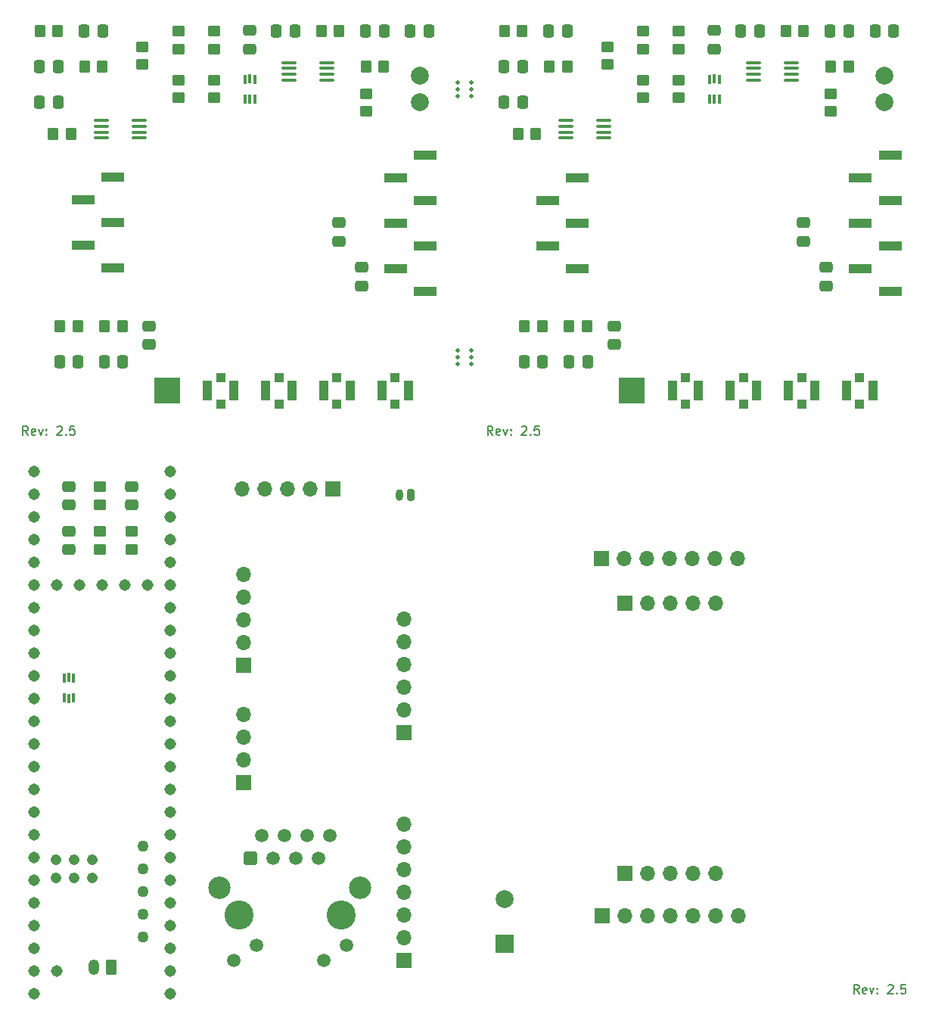
<source format=gbr>
%TF.GenerationSoftware,KiCad,Pcbnew,6.0.6-1.fc36*%
%TF.CreationDate,2022-07-31T22:14:55+02:00*%
%TF.ProjectId,CosmicWatch-ventidue,436f736d-6963-4576-9174-63682d76656e,2.5*%
%TF.SameCoordinates,Original*%
%TF.FileFunction,Soldermask,Top*%
%TF.FilePolarity,Negative*%
%FSLAX46Y46*%
G04 Gerber Fmt 4.6, Leading zero omitted, Abs format (unit mm)*
G04 Created by KiCad (PCBNEW 6.0.6-1.fc36) date 2022-07-31 22:14:55*
%MOMM*%
%LPD*%
G01*
G04 APERTURE LIST*
G04 Aperture macros list*
%AMRoundRect*
0 Rectangle with rounded corners*
0 $1 Rounding radius*
0 $2 $3 $4 $5 $6 $7 $8 $9 X,Y pos of 4 corners*
0 Add a 4 corners polygon primitive as box body*
4,1,4,$2,$3,$4,$5,$6,$7,$8,$9,$2,$3,0*
0 Add four circle primitives for the rounded corners*
1,1,$1+$1,$2,$3*
1,1,$1+$1,$4,$5*
1,1,$1+$1,$6,$7*
1,1,$1+$1,$8,$9*
0 Add four rect primitives between the rounded corners*
20,1,$1+$1,$2,$3,$4,$5,0*
20,1,$1+$1,$4,$5,$6,$7,0*
20,1,$1+$1,$6,$7,$8,$9,0*
20,1,$1+$1,$8,$9,$2,$3,0*%
G04 Aperture macros list end*
%ADD10C,0.200000*%
%ADD11RoundRect,0.250000X0.350000X0.625000X-0.350000X0.625000X-0.350000X-0.625000X0.350000X-0.625000X0*%
%ADD12O,1.200000X1.750000*%
%ADD13RoundRect,0.250000X0.475000X-0.337500X0.475000X0.337500X-0.475000X0.337500X-0.475000X-0.337500X0*%
%ADD14RoundRect,0.250000X-0.475000X0.337500X-0.475000X-0.337500X0.475000X-0.337500X0.475000X0.337500X0*%
%ADD15RoundRect,0.100000X-0.712500X-0.100000X0.712500X-0.100000X0.712500X0.100000X-0.712500X0.100000X0*%
%ADD16R,1.000000X1.000000*%
%ADD17R,1.050000X2.200000*%
%ADD18R,1.700000X1.700000*%
%ADD19O,1.700000X1.700000*%
%ADD20RoundRect,0.250000X0.450000X-0.350000X0.450000X0.350000X-0.450000X0.350000X-0.450000X-0.350000X0*%
%ADD21RoundRect,0.250000X0.337500X0.475000X-0.337500X0.475000X-0.337500X-0.475000X0.337500X-0.475000X0*%
%ADD22C,2.000000*%
%ADD23RoundRect,0.250000X-0.350000X-0.450000X0.350000X-0.450000X0.350000X0.450000X-0.350000X0.450000X0*%
%ADD24R,3.000000X3.000000*%
%ADD25RoundRect,0.250000X-0.337500X-0.475000X0.337500X-0.475000X0.337500X0.475000X-0.337500X0.475000X0*%
%ADD26R,2.510000X1.000000*%
%ADD27RoundRect,0.250000X0.350000X0.450000X-0.350000X0.450000X-0.350000X-0.450000X0.350000X-0.450000X0*%
%ADD28C,0.500000*%
%ADD29R,2.000000X2.000000*%
%ADD30RoundRect,0.250000X-0.450000X0.350000X-0.450000X-0.350000X0.450000X-0.350000X0.450000X0.350000X0*%
%ADD31C,1.308000*%
%ADD32C,1.258000*%
%ADD33C,1.208000*%
%ADD34RoundRect,0.200000X0.200000X0.450000X-0.200000X0.450000X-0.200000X-0.450000X0.200000X-0.450000X0*%
%ADD35O,0.800000X1.300000*%
%ADD36R,0.375000X1.025000*%
%ADD37R,0.300000X1.125000*%
%ADD38R,0.375000X1.000000*%
%ADD39C,3.250000*%
%ADD40RoundRect,0.250500X-0.499500X-0.499500X0.499500X-0.499500X0.499500X0.499500X-0.499500X0.499500X0*%
%ADD41C,1.500000*%
%ADD42C,2.500000*%
G04 APERTURE END LIST*
D10*
X27189523Y-73702380D02*
X26856190Y-73226190D01*
X26618095Y-73702380D02*
X26618095Y-72702380D01*
X26999047Y-72702380D01*
X27094285Y-72750000D01*
X27141904Y-72797619D01*
X27189523Y-72892857D01*
X27189523Y-73035714D01*
X27141904Y-73130952D01*
X27094285Y-73178571D01*
X26999047Y-73226190D01*
X26618095Y-73226190D01*
X27999047Y-73654761D02*
X27903809Y-73702380D01*
X27713333Y-73702380D01*
X27618095Y-73654761D01*
X27570476Y-73559523D01*
X27570476Y-73178571D01*
X27618095Y-73083333D01*
X27713333Y-73035714D01*
X27903809Y-73035714D01*
X27999047Y-73083333D01*
X28046666Y-73178571D01*
X28046666Y-73273809D01*
X27570476Y-73369047D01*
X28380000Y-73035714D02*
X28618095Y-73702380D01*
X28856190Y-73035714D01*
X29237142Y-73607142D02*
X29284761Y-73654761D01*
X29237142Y-73702380D01*
X29189523Y-73654761D01*
X29237142Y-73607142D01*
X29237142Y-73702380D01*
X29237142Y-73083333D02*
X29284761Y-73130952D01*
X29237142Y-73178571D01*
X29189523Y-73130952D01*
X29237142Y-73083333D01*
X29237142Y-73178571D01*
X30427619Y-72797619D02*
X30475238Y-72750000D01*
X30570476Y-72702380D01*
X30808571Y-72702380D01*
X30903809Y-72750000D01*
X30951428Y-72797619D01*
X30999047Y-72892857D01*
X30999047Y-72988095D01*
X30951428Y-73130952D01*
X30380000Y-73702380D01*
X30999047Y-73702380D01*
X31427619Y-73607142D02*
X31475238Y-73654761D01*
X31427619Y-73702380D01*
X31380000Y-73654761D01*
X31427619Y-73607142D01*
X31427619Y-73702380D01*
X32380000Y-72702380D02*
X31903809Y-72702380D01*
X31856190Y-73178571D01*
X31903809Y-73130952D01*
X31999047Y-73083333D01*
X32237142Y-73083333D01*
X32332380Y-73130952D01*
X32380000Y-73178571D01*
X32427619Y-73273809D01*
X32427619Y-73511904D01*
X32380000Y-73607142D01*
X32332380Y-73654761D01*
X32237142Y-73702380D01*
X31999047Y-73702380D01*
X31903809Y-73654761D01*
X31856190Y-73607142D01*
X79189523Y-73702380D02*
X78856190Y-73226190D01*
X78618095Y-73702380D02*
X78618095Y-72702380D01*
X78999047Y-72702380D01*
X79094285Y-72750000D01*
X79141904Y-72797619D01*
X79189523Y-72892857D01*
X79189523Y-73035714D01*
X79141904Y-73130952D01*
X79094285Y-73178571D01*
X78999047Y-73226190D01*
X78618095Y-73226190D01*
X79999047Y-73654761D02*
X79903809Y-73702380D01*
X79713333Y-73702380D01*
X79618095Y-73654761D01*
X79570476Y-73559523D01*
X79570476Y-73178571D01*
X79618095Y-73083333D01*
X79713333Y-73035714D01*
X79903809Y-73035714D01*
X79999047Y-73083333D01*
X80046666Y-73178571D01*
X80046666Y-73273809D01*
X79570476Y-73369047D01*
X80380000Y-73035714D02*
X80618095Y-73702380D01*
X80856190Y-73035714D01*
X81237142Y-73607142D02*
X81284761Y-73654761D01*
X81237142Y-73702380D01*
X81189523Y-73654761D01*
X81237142Y-73607142D01*
X81237142Y-73702380D01*
X81237142Y-73083333D02*
X81284761Y-73130952D01*
X81237142Y-73178571D01*
X81189523Y-73130952D01*
X81237142Y-73083333D01*
X81237142Y-73178571D01*
X82427619Y-72797619D02*
X82475238Y-72750000D01*
X82570476Y-72702380D01*
X82808571Y-72702380D01*
X82903809Y-72750000D01*
X82951428Y-72797619D01*
X82999047Y-72892857D01*
X82999047Y-72988095D01*
X82951428Y-73130952D01*
X82380000Y-73702380D01*
X82999047Y-73702380D01*
X83427619Y-73607142D02*
X83475238Y-73654761D01*
X83427619Y-73702380D01*
X83380000Y-73654761D01*
X83427619Y-73607142D01*
X83427619Y-73702380D01*
X84380000Y-72702380D02*
X83903809Y-72702380D01*
X83856190Y-73178571D01*
X83903809Y-73130952D01*
X83999047Y-73083333D01*
X84237142Y-73083333D01*
X84332380Y-73130952D01*
X84380000Y-73178571D01*
X84427619Y-73273809D01*
X84427619Y-73511904D01*
X84380000Y-73607142D01*
X84332380Y-73654761D01*
X84237142Y-73702380D01*
X83999047Y-73702380D01*
X83903809Y-73654761D01*
X83856190Y-73607142D01*
X120191428Y-136202380D02*
X119858095Y-135726190D01*
X119620000Y-136202380D02*
X119620000Y-135202380D01*
X120000952Y-135202380D01*
X120096190Y-135250000D01*
X120143809Y-135297619D01*
X120191428Y-135392857D01*
X120191428Y-135535714D01*
X120143809Y-135630952D01*
X120096190Y-135678571D01*
X120000952Y-135726190D01*
X119620000Y-135726190D01*
X121000952Y-136154761D02*
X120905714Y-136202380D01*
X120715238Y-136202380D01*
X120620000Y-136154761D01*
X120572380Y-136059523D01*
X120572380Y-135678571D01*
X120620000Y-135583333D01*
X120715238Y-135535714D01*
X120905714Y-135535714D01*
X121000952Y-135583333D01*
X121048571Y-135678571D01*
X121048571Y-135773809D01*
X120572380Y-135869047D01*
X121381904Y-135535714D02*
X121620000Y-136202380D01*
X121858095Y-135535714D01*
X122239047Y-136107142D02*
X122286666Y-136154761D01*
X122239047Y-136202380D01*
X122191428Y-136154761D01*
X122239047Y-136107142D01*
X122239047Y-136202380D01*
X122239047Y-135583333D02*
X122286666Y-135630952D01*
X122239047Y-135678571D01*
X122191428Y-135630952D01*
X122239047Y-135583333D01*
X122239047Y-135678571D01*
X123429523Y-135297619D02*
X123477142Y-135250000D01*
X123572380Y-135202380D01*
X123810476Y-135202380D01*
X123905714Y-135250000D01*
X123953333Y-135297619D01*
X124000952Y-135392857D01*
X124000952Y-135488095D01*
X123953333Y-135630952D01*
X123381904Y-136202380D01*
X124000952Y-136202380D01*
X124429523Y-136107142D02*
X124477142Y-136154761D01*
X124429523Y-136202380D01*
X124381904Y-136154761D01*
X124429523Y-136107142D01*
X124429523Y-136202380D01*
X125381904Y-135202380D02*
X124905714Y-135202380D01*
X124858095Y-135678571D01*
X124905714Y-135630952D01*
X125000952Y-135583333D01*
X125239047Y-135583333D01*
X125334285Y-135630952D01*
X125381904Y-135678571D01*
X125429523Y-135773809D01*
X125429523Y-136011904D01*
X125381904Y-136107142D01*
X125334285Y-136154761D01*
X125239047Y-136202380D01*
X125000952Y-136202380D01*
X124905714Y-136154761D01*
X124858095Y-136107142D01*
D11*
%TO.C,J401*%
X36500000Y-133250000D03*
D12*
X34500000Y-133250000D03*
%TD*%
D13*
%TO.C,C309*%
X52000000Y-30537500D03*
X52000000Y-28462500D03*
%TD*%
D14*
%TO.C,C312*%
X64500000Y-54962500D03*
X64500000Y-57037500D03*
%TD*%
D15*
%TO.C,U202*%
X108387499Y-32025000D03*
X108387499Y-32675000D03*
X108387499Y-33325000D03*
X108387499Y-33975000D03*
X112612499Y-33975000D03*
X112612499Y-33325000D03*
X112612499Y-32675000D03*
X112612499Y-32025000D03*
%TD*%
D16*
%TO.C,J204*%
X113750000Y-67250000D03*
D17*
X115225000Y-68750000D03*
D16*
X113750000Y-70250000D03*
D17*
X112275000Y-68750000D03*
%TD*%
D16*
%TO.C,J203*%
X120250000Y-67249999D03*
D17*
X121725000Y-68749999D03*
X118775000Y-68749999D03*
D16*
X120250000Y-70249999D03*
%TD*%
D18*
%TO.C,J111*%
X69275001Y-132499999D03*
D19*
X69275001Y-129959999D03*
X69275001Y-127419999D03*
X69275001Y-124879999D03*
X69275001Y-122339999D03*
X69275001Y-119799999D03*
X69275001Y-117259999D03*
%TD*%
D20*
%TO.C,R308*%
X48000000Y-30500000D03*
X48000000Y-28500000D03*
%TD*%
%TO.C,R307*%
X44000000Y-30500000D03*
X44000000Y-28500000D03*
%TD*%
D21*
%TO.C,C201*%
X82537500Y-32500001D03*
X80462500Y-32500001D03*
%TD*%
D22*
%TO.C,TP302*%
X71000000Y-33500000D03*
%TD*%
D23*
%TO.C,R212*%
X116999999Y-32500000D03*
X118999999Y-32500000D03*
%TD*%
D21*
%TO.C,C202*%
X82537500Y-36500001D03*
X80462500Y-36500001D03*
%TD*%
D24*
%TO.C,TP303*%
X42750000Y-68750000D03*
%TD*%
D25*
%TO.C,C208*%
X85462500Y-28500001D03*
X87537500Y-28500001D03*
%TD*%
D14*
%TO.C,C211*%
X114000000Y-49962499D03*
X114000000Y-52037499D03*
%TD*%
D26*
%TO.C,J104*%
X123655000Y-42380000D03*
X120345000Y-44920000D03*
X123655000Y-47460000D03*
X120345000Y-50000000D03*
X123655000Y-52540000D03*
X120345000Y-55080000D03*
X123655000Y-57620000D03*
%TD*%
D27*
%TO.C,R204*%
X82500000Y-28500001D03*
X80500000Y-28500001D03*
%TD*%
D18*
%TO.C,SW101*%
X61290001Y-79749999D03*
D19*
X58750001Y-79749999D03*
X56210001Y-79749999D03*
X53670001Y-79749999D03*
X51130001Y-79749999D03*
%TD*%
D22*
%TO.C,TP201*%
X123000000Y-36500000D03*
%TD*%
D20*
%TO.C,R208*%
X100000000Y-30500000D03*
X100000000Y-28500000D03*
%TD*%
D16*
%TO.C,J201*%
X107250000Y-67250000D03*
X107250000Y-70250000D03*
D17*
X105775000Y-68750000D03*
X108725000Y-68750000D03*
%TD*%
D25*
%TO.C,C308*%
X33462500Y-28500000D03*
X35537500Y-28500000D03*
%TD*%
D18*
%TO.C,J108*%
X91380001Y-87499999D03*
D19*
X93920001Y-87499999D03*
X96460001Y-87499999D03*
X99000001Y-87499999D03*
X101540001Y-87499999D03*
X104080001Y-87499999D03*
X106620001Y-87499999D03*
%TD*%
D26*
%TO.C,J102*%
X71655000Y-42380000D03*
X68345000Y-44920000D03*
X71655000Y-47460000D03*
X68345000Y-50000000D03*
X71655000Y-52540000D03*
X68345000Y-55080000D03*
X71655000Y-57620000D03*
%TD*%
D20*
%TO.C,R206*%
X92000000Y-32250000D03*
X92000000Y-30250000D03*
%TD*%
D23*
%TO.C,R202*%
X87750001Y-61500000D03*
X89750001Y-61500000D03*
%TD*%
%TO.C,R301*%
X30750000Y-61500000D03*
X32750000Y-61500000D03*
%TD*%
D20*
%TO.C,R309*%
X44000000Y-36000000D03*
X44000000Y-34000000D03*
%TD*%
%TO.C,R211*%
X100000000Y-36000000D03*
X100000000Y-34000000D03*
%TD*%
D14*
%TO.C,C305*%
X40750000Y-61500000D03*
X40750000Y-63575000D03*
%TD*%
D21*
%TO.C,C304*%
X32787500Y-65500000D03*
X30712500Y-65500000D03*
%TD*%
%TO.C,C302*%
X30537500Y-36500000D03*
X28462500Y-36500000D03*
%TD*%
D14*
%TO.C,C405*%
X38750001Y-79462499D03*
X38750001Y-81537499D03*
%TD*%
D20*
%TO.C,R209*%
X96000000Y-36000000D03*
X96000000Y-34000000D03*
%TD*%
D25*
%TO.C,C206*%
X121962499Y-28500000D03*
X124037499Y-28500000D03*
%TD*%
D28*
%TO.C,mouse-bite-2mm-slot*%
X76750000Y-34250000D03*
X76750000Y-35000000D03*
X75250000Y-35750000D03*
X76750000Y-35750000D03*
X75250000Y-35000000D03*
X75250000Y-34250000D03*
%TD*%
D25*
%TO.C,C306*%
X69962500Y-28500000D03*
X72037500Y-28500000D03*
%TD*%
D26*
%TO.C,J101*%
X36655000Y-44882500D03*
X33345000Y-47422500D03*
X36655000Y-49962500D03*
X33345000Y-52502500D03*
X36655000Y-55042500D03*
%TD*%
D22*
%TO.C,TP301*%
X71000000Y-36500000D03*
%TD*%
D23*
%TO.C,R310*%
X60000000Y-28500000D03*
X62000000Y-28500000D03*
%TD*%
%TO.C,R305*%
X33500000Y-32500000D03*
X35500000Y-32500000D03*
%TD*%
D29*
%TO.C,BZ101*%
X80500001Y-130620784D03*
D22*
X80500001Y-125620784D03*
%TD*%
D21*
%TO.C,C301*%
X30537500Y-32500000D03*
X28462500Y-32500000D03*
%TD*%
D30*
%TO.C,R401*%
X38750001Y-84499999D03*
X38750001Y-86499999D03*
%TD*%
D16*
%TO.C,J303*%
X68250000Y-67250000D03*
D17*
X66775000Y-68750000D03*
X69725000Y-68750000D03*
D16*
X68250000Y-70250000D03*
%TD*%
%TO.C,J302*%
X48750000Y-67250000D03*
D17*
X47275000Y-68750000D03*
X50225000Y-68750000D03*
D16*
X48750000Y-70250000D03*
%TD*%
D20*
%TO.C,R311*%
X48000000Y-36000000D03*
X48000000Y-34000000D03*
%TD*%
D27*
%TO.C,R303*%
X32000000Y-40000000D03*
X30000000Y-40000000D03*
%TD*%
D31*
%TO.C,U101*%
X43120001Y-133669999D03*
X43120001Y-131129999D03*
X43120001Y-128589999D03*
X43120001Y-126049999D03*
X43120001Y-100649999D03*
X27880001Y-131129999D03*
X38040001Y-90489999D03*
X43120001Y-123509999D03*
X43120001Y-120969999D03*
D32*
X40070001Y-129859999D03*
D31*
X43120001Y-118429999D03*
X43120001Y-115889999D03*
X43120001Y-113349999D03*
X43120001Y-110809999D03*
X43120001Y-108269999D03*
X43120001Y-105729999D03*
X43120001Y-103189999D03*
X27880001Y-103189999D03*
X27880001Y-105729999D03*
X27880001Y-108269999D03*
X27880001Y-110809999D03*
X27880001Y-113349999D03*
X27880001Y-115889999D03*
X27880001Y-118429999D03*
X27880001Y-120969999D03*
X27880001Y-123509999D03*
X27880001Y-126049999D03*
X27880001Y-128589999D03*
X43120001Y-98109999D03*
X43120001Y-95569999D03*
X43120001Y-93029999D03*
X43120001Y-90489999D03*
X43120001Y-87949999D03*
X43120001Y-85409999D03*
X43120001Y-82869999D03*
X43120001Y-80329999D03*
X43120001Y-77789999D03*
X27880001Y-77789999D03*
X27880001Y-80329999D03*
X27880001Y-82869999D03*
X27880001Y-85409999D03*
X27880001Y-87949999D03*
X27880001Y-90489999D03*
X27880001Y-93029999D03*
X27880001Y-95569999D03*
X27880001Y-98109999D03*
D32*
X40070001Y-124779999D03*
X40070001Y-127319999D03*
D31*
X43120001Y-136209999D03*
X27880001Y-100649999D03*
X27880001Y-133669999D03*
X35500001Y-90489999D03*
D33*
X32330001Y-121239999D03*
X32330001Y-123239999D03*
D31*
X30420001Y-90489999D03*
X32960001Y-90489999D03*
D33*
X30330001Y-123239999D03*
X30330001Y-121239999D03*
X34330001Y-121239999D03*
X34330001Y-123239999D03*
D32*
X40070001Y-122239999D03*
X40070001Y-119699999D03*
D31*
X40580001Y-90489999D03*
X27880001Y-136209999D03*
X30420001Y-133669999D03*
%TD*%
D14*
%TO.C,C205*%
X92750001Y-61500000D03*
X92750001Y-63575000D03*
%TD*%
D23*
%TO.C,R205*%
X85500000Y-32500001D03*
X87500000Y-32500001D03*
%TD*%
D25*
%TO.C,C310*%
X54962500Y-28500000D03*
X57037500Y-28500000D03*
%TD*%
D15*
%TO.C,U201*%
X87387500Y-38525001D03*
X87387500Y-39175001D03*
X87387500Y-39825001D03*
X87387500Y-40475001D03*
X91612500Y-40475001D03*
X91612500Y-39825001D03*
X91612500Y-39175001D03*
X91612500Y-38525001D03*
%TD*%
D25*
%TO.C,C210*%
X106962499Y-28500000D03*
X109037499Y-28500000D03*
%TD*%
D18*
%TO.C,J107*%
X93950001Y-122724999D03*
D19*
X96490001Y-122724999D03*
X99030001Y-122724999D03*
X101570001Y-122724999D03*
X104110001Y-122724999D03*
%TD*%
D20*
%TO.C,R207*%
X96000000Y-30500000D03*
X96000000Y-28500000D03*
%TD*%
D23*
%TO.C,R302*%
X35750000Y-61500000D03*
X37750000Y-61500000D03*
%TD*%
%TO.C,R201*%
X82750000Y-61500000D03*
X84750000Y-61500000D03*
%TD*%
D25*
%TO.C,C307*%
X64962500Y-28500000D03*
X67037500Y-28500000D03*
%TD*%
D34*
%TO.C,BT401*%
X70000001Y-80449999D03*
D35*
X68750001Y-80449999D03*
%TD*%
D13*
%TO.C,C209*%
X103999999Y-30537500D03*
X103999999Y-28462500D03*
%TD*%
D30*
%TO.C,R213*%
X116999999Y-35500000D03*
X116999999Y-37500000D03*
%TD*%
%TO.C,R313*%
X65000000Y-35500000D03*
X65000000Y-37500000D03*
%TD*%
D15*
%TO.C,U301*%
X35387500Y-38525000D03*
X35387500Y-39175000D03*
X35387500Y-39825000D03*
X35387500Y-40475000D03*
X39612500Y-40475000D03*
X39612500Y-39825000D03*
X39612500Y-39175000D03*
X39612500Y-38525000D03*
%TD*%
D13*
%TO.C,C407*%
X31750001Y-81537499D03*
X31750001Y-79462499D03*
%TD*%
D36*
%TO.C,D101*%
X31212501Y-103112499D03*
D37*
X31750001Y-103162499D03*
D36*
X32287501Y-103112499D03*
D38*
X32287501Y-100899999D03*
D37*
X31750001Y-100837499D03*
D38*
X31212501Y-100899999D03*
%TD*%
D36*
%TO.C,D202*%
X103462499Y-36112500D03*
D37*
X103999999Y-36162500D03*
D36*
X104537499Y-36112500D03*
D38*
X104537499Y-33900000D03*
D37*
X103999999Y-33837500D03*
D38*
X103462499Y-33900000D03*
%TD*%
D14*
%TO.C,C406*%
X31750001Y-84462499D03*
X31750001Y-86537499D03*
%TD*%
D23*
%TO.C,R312*%
X65000000Y-32500000D03*
X67000000Y-32500000D03*
%TD*%
D15*
%TO.C,U302*%
X56387500Y-32025000D03*
X56387500Y-32675000D03*
X56387500Y-33325000D03*
X56387500Y-33975000D03*
X60612500Y-33975000D03*
X60612500Y-33325000D03*
X60612500Y-32675000D03*
X60612500Y-32025000D03*
%TD*%
D24*
%TO.C,TP203*%
X94750001Y-68750000D03*
%TD*%
D25*
%TO.C,C203*%
X87712501Y-65500000D03*
X89787501Y-65500000D03*
%TD*%
D16*
%TO.C,J301*%
X55250000Y-67250000D03*
X55250000Y-70250000D03*
D17*
X56725000Y-68750000D03*
X53775000Y-68750000D03*
%TD*%
D20*
%TO.C,R402*%
X35250001Y-81499999D03*
X35250001Y-79499999D03*
%TD*%
D16*
%TO.C,J304*%
X61750000Y-67250000D03*
D17*
X63225000Y-68750000D03*
D16*
X61750000Y-70250000D03*
D17*
X60275000Y-68750000D03*
%TD*%
D16*
%TO.C,J202*%
X100750001Y-67250000D03*
D17*
X99275001Y-68750000D03*
X102225001Y-68750000D03*
D16*
X100750001Y-70250000D03*
%TD*%
D27*
%TO.C,R203*%
X84000000Y-40000001D03*
X82000000Y-40000001D03*
%TD*%
D18*
%TO.C,J110*%
X69285787Y-107012892D03*
D19*
X69285787Y-104472892D03*
X69285787Y-101932892D03*
X69285787Y-99392892D03*
X69285787Y-96852892D03*
X69285787Y-94312892D03*
%TD*%
D36*
%TO.C,D302*%
X51462500Y-36112500D03*
D37*
X52000000Y-36162500D03*
D36*
X52537500Y-36112500D03*
D38*
X52537500Y-33900000D03*
D37*
X52000000Y-33837500D03*
D38*
X51462500Y-33900000D03*
%TD*%
D23*
%TO.C,R210*%
X111999999Y-28500000D03*
X113999999Y-28500000D03*
%TD*%
D25*
%TO.C,C303*%
X35712500Y-65500000D03*
X37787500Y-65500000D03*
%TD*%
D39*
%TO.C,U501*%
X50785001Y-127399999D03*
X62215001Y-127399999D03*
D40*
X52055001Y-121049999D03*
D41*
X53325001Y-118509999D03*
X54595001Y-121049999D03*
X55865001Y-118509999D03*
X57135001Y-121049999D03*
X58405001Y-118509999D03*
X59675001Y-121049999D03*
X60945001Y-118509999D03*
X50175001Y-132479999D03*
X52715001Y-130779999D03*
X60285001Y-132479999D03*
X62825001Y-130779999D03*
D42*
X48625001Y-124349999D03*
X64375001Y-124349999D03*
%TD*%
D28*
%TO.C,mouse-bite-2mm-slot*%
X76750000Y-65750000D03*
X75250000Y-65750000D03*
X76750000Y-65000000D03*
X76750000Y-64250000D03*
X75250000Y-64250000D03*
X75250000Y-65000000D03*
%TD*%
D14*
%TO.C,C212*%
X116500000Y-54962499D03*
X116500000Y-57037499D03*
%TD*%
%TO.C,C311*%
X62000000Y-49962500D03*
X62000000Y-52037500D03*
%TD*%
D26*
%TO.C,J103*%
X88655000Y-44920000D03*
X85345000Y-47460000D03*
X88655000Y-50000000D03*
X85345000Y-52540000D03*
X88655000Y-55080000D03*
%TD*%
D30*
%TO.C,R403*%
X35250001Y-84499999D03*
X35250001Y-86499999D03*
%TD*%
D21*
%TO.C,C204*%
X84787501Y-65500000D03*
X82712501Y-65500000D03*
%TD*%
D22*
%TO.C,TP202*%
X122999999Y-33500000D03*
%TD*%
D20*
%TO.C,R306*%
X40000000Y-32250000D03*
X40000000Y-30250000D03*
%TD*%
D25*
%TO.C,C207*%
X116962499Y-28500000D03*
X119037499Y-28500000D03*
%TD*%
D27*
%TO.C,R304*%
X30500000Y-28500000D03*
X28500000Y-28500000D03*
%TD*%
D18*
%TO.C,J106*%
X91400001Y-127499999D03*
D19*
X93940001Y-127499999D03*
X96480001Y-127499999D03*
X99020001Y-127499999D03*
X101560001Y-127499999D03*
X104100001Y-127499999D03*
X106640001Y-127499999D03*
%TD*%
D18*
%TO.C,J109*%
X51275001Y-112549999D03*
D19*
X51275001Y-110009999D03*
X51275001Y-107469999D03*
X51275001Y-104929999D03*
%TD*%
D18*
%TO.C,J105*%
X93950001Y-92524999D03*
D19*
X96490001Y-92524999D03*
X99030001Y-92524999D03*
X101570001Y-92524999D03*
X104110001Y-92524999D03*
%TD*%
D18*
%TO.C,J112*%
X51300001Y-99499999D03*
D19*
X51300001Y-96959999D03*
X51300001Y-94419999D03*
X51300001Y-91879999D03*
X51300001Y-89339999D03*
%TD*%
M02*

</source>
